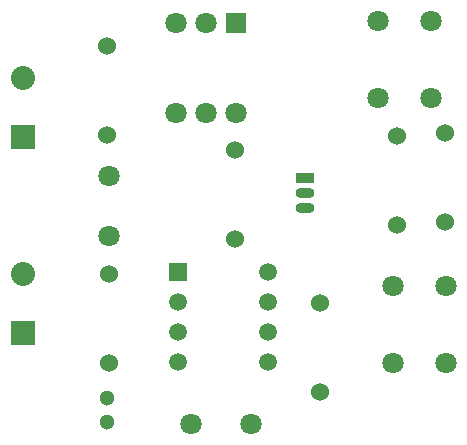
<source format=gtl>
G04 Layer: TopLayer*
G04 EasyEDA v6.5.23, 2023-05-13 18:40:17*
G04 7dd84fb06793420390170bfe7a1cbe73,3fa23a13d3e040a79c425d4cbe1ed77c,10*
G04 Gerber Generator version 0.2*
G04 Scale: 100 percent, Rotated: No, Reflected: No *
G04 Dimensions in millimeters *
G04 leading zeros omitted , absolute positions ,4 integer and 5 decimal *
%FSLAX45Y45*%
%MOMM*%

%ADD10C,1.8000*%
%ADD11C,1.3000*%
%ADD12R,2.0320X2.0320*%
%ADD13C,2.0320*%
%ADD14O,1.5999968X0.8999982*%
%ADD15R,1.6000X0.9000*%
%ADD16C,1.5240*%
%ADD17R,1.5000X1.5000*%
%ADD18C,1.5000*%
%ADD19R,1.8000X1.8000*%

%LPD*%
D10*
G01*
X2311400Y863600D03*
G01*
X2819400Y863600D03*
G01*
X1612900Y2959100D03*
G01*
X1612900Y2451100D03*
D11*
G01*
X1600200Y1077899D03*
G01*
X1600200Y877900D03*
D12*
G01*
X889000Y3293109D03*
D13*
G01*
X889000Y3793489D03*
D12*
G01*
X889000Y1629409D03*
D13*
G01*
X889000Y2129789D03*
D14*
G01*
X3276600Y2692400D03*
G01*
X3276600Y2819400D03*
D15*
G01*
X3276600Y2946400D03*
D16*
G01*
X1600200Y3307994D03*
G01*
X1600200Y4058005D03*
G01*
X4051300Y2545994D03*
G01*
X4051300Y3296005D03*
G01*
X4457700Y2571394D03*
G01*
X4457700Y3321405D03*
G01*
X2679700Y3181705D03*
G01*
X2679700Y2431694D03*
G01*
X3403600Y1136294D03*
G01*
X3403600Y1886305D03*
G01*
X1612900Y2127605D03*
G01*
X1612900Y1377594D03*
D10*
G01*
X4339793Y4274693D03*
G01*
X4339793Y3624706D03*
G01*
X3889806Y4274693D03*
G01*
X3889806Y3624706D03*
G01*
X4016806Y1376806D03*
G01*
X4016806Y2026793D03*
G01*
X4466793Y1376806D03*
G01*
X4466793Y2026793D03*
D17*
G01*
X2197100Y2146300D03*
D18*
G01*
X2197100Y1892300D03*
G01*
X2197100Y1638300D03*
G01*
X2197100Y1384300D03*
G01*
X2959100Y2146300D03*
G01*
X2959100Y1892300D03*
G01*
X2959100Y1638300D03*
G01*
X2959100Y1384300D03*
D19*
G01*
X2692400Y4254500D03*
D10*
G01*
X2438400Y4254500D03*
G01*
X2184400Y4254500D03*
G01*
X2692400Y3492500D03*
G01*
X2438400Y3492500D03*
G01*
X2184400Y3492500D03*
M02*

</source>
